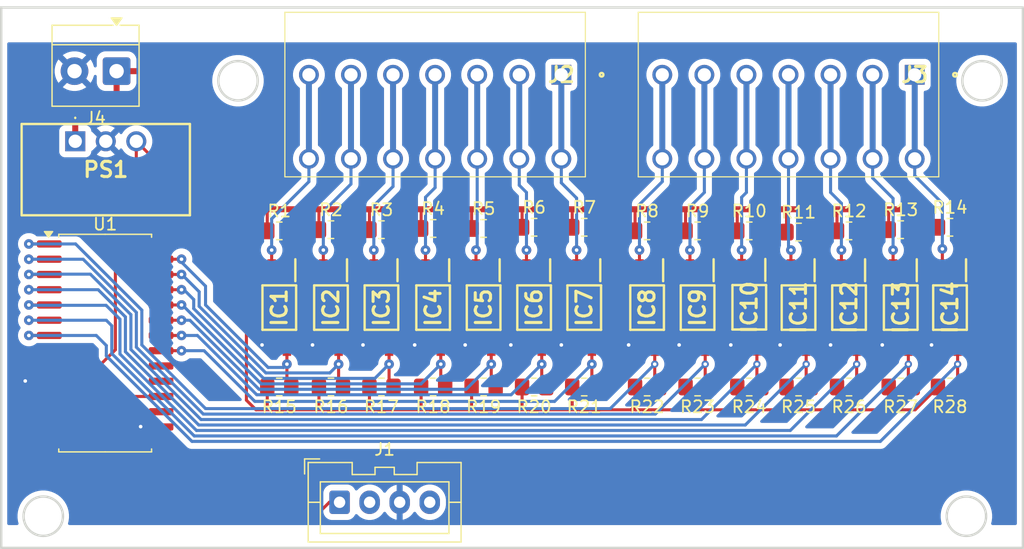
<source format=kicad_pcb>
(kicad_pcb (version 20241229) (generator "pcbnew") (generator_version "9.0")
  (layers (0 "F.Cu" signal) (2 "B.Cu" signal) (13 "F.Paste" user) (15 "B.Paste" user) (5 "F.SilkS" user "F.Silkscreen") (7 "B.SilkS" user "B.Silkscreen") (1 "F.Mask" user) (3 "B.Mask" user) (25 "Edge.Cuts" user))
  (net 0 "")
  (net 1 "GNDREF")
  (net 2 "Net-(IC1-A)")
  (net 3 "gpa0")
  (net 4 "gpa1")
  (net 5 "Net-(IC2-A)")
  (net 6 "Net-(IC3-A)")
  (net 7 "gpa2")
  (net 8 "Net-(IC4-A)")
  (net 9 "gpa3")
  (net 10 "Net-(IC5-A)")
  (net 11 "gpa4")
  (net 12 "Net-(IC6-A)")
  (net 13 "gpa5")
  (net 14 "gpa6")
  (net 15 "Net-(IC7-A)")
  (net 16 "Net-(IC8-A)")
  (net 17 "gpb0")
  (net 18 "gpb1")
  (net 19 "Net-(IC9-A)")
  (net 20 "Net-(IC10-A)")
  (net 21 "gpb2")
  (net 22 "Net-(IC11-A)")
  (net 23 "gpb3")
  (net 24 "gpb4")
  (net 25 "Net-(IC12-A)")
  (net 26 "gpb5")
  (net 27 "Net-(IC13-A)")
  (net 28 "Net-(IC14-A)")
  (net 29 "gpb6")
  (net 30 "SDA")
  (net 31 "SCL")
  (net 32 "3v3")
  (net 33 "12V")
  (net 34 "IN1")
  (net 35 "IN2")
  (net 36 "IN3")
  (net 37 "IN4")
  (net 38 "IN5")
  (net 39 "IN6")
  (net 40 "IN7")
  (net 41 "IN8")
  (net 42 "IN9")
  (net 43 "IN10")
  (net 44 "IN11")
  (net 45 "IN12")
  (net 46 "IN13")
  (net 47 "IN14")
  (footprint "Resistor_SMD:R_0805_2012Metric_Pad1.20x1.40mm_HandSolder" (layer "F.Cu") (at 155.735 83)
    (property "Reference" "R4")
    (property "Value" "R")
  )
  (footprint "Resistor_SMD:R_0805_2012Metric_Pad1.20x1.40mm_HandSolder" (layer "F.Cu") (at 198.735 82.9)
    (property "Reference" "R14")
    (property "Value" "R")
  )
  (footprint "Resistor_SMD:R_0805_2012Metric_Pad1.20x1.40mm_HandSolder" (layer "F.Cu") (at 173.535 96.2 180)
    (property "Reference" "R22")
    (property "Value" "R")
  )
  (footprint "Resistor_SMD:R_0805_2012Metric_Pad1.20x1.40mm_HandSolder" (layer "F.Cu") (at 186.135 96.2 180)
    (property "Reference" "R25")
    (property "Value" "R")
  )
  (footprint "Resistor_SMD:R_0805_2012Metric_Pad1.20x1.40mm_HandSolder" (layer "F.Cu") (at 194.635 83.1)
    (property "Reference" "R13")
    (property "Value" "R")
  )
  (footprint "Resistor_SMD:R_0805_2012Metric_Pad1.20x1.40mm_HandSolder" (layer "F.Cu") (at 159.935 83)
    (property "Reference" "R5")
    (property "Value" "R")
  )
  (footprint "Resistor_SMD:R_0805_2012Metric_Pad1.20x1.40mm_HandSolder" (layer "F.Cu") (at 159.935 96.2 180)
    (property "Reference" "R19")
    (property "Value" "R")
  )
  (footprint "ìoextender:opto_tcmt1100" (layer "F.Cu") (at 190.335 89.588 -90)
    (property "Reference" "IC12")
    (property "Value" "TCMT1100" (hide yes))
  )
  (footprint "ìoextender:opto_tcmt1100" (layer "F.Cu") (at 164.135 89.588 -90)
    (property "Reference" "IC6")
    (property "Value" "TCMT1100" (hide yes))
  )
  (footprint "Resistor_SMD:R_0805_2012Metric_Pad1.20x1.40mm_HandSolder" (layer "F.Cu") (at 151.435 96.2 180)
    (property "Reference" "R17")
    (property "Value" "R")
  )
  (footprint "Resistor_SMD:R_0805_2012Metric_Pad1.20x1.40mm_HandSolder" (layer "F.Cu") (at 168.305 82.9)
    (property "Reference" "R7")
    (property "Value" "R")
  )
  (footprint "ìoextender:opto_tcmt1100" (layer "F.Cu") (at 173.535 89.588 -90)
    (property "Reference" "IC8")
    (property "Value" "TCMT1100" (hide yes))
  )
  (footprint "Resistor_SMD:R_0805_2012Metric_Pad1.20x1.40mm_HandSolder" (layer "F.Cu") (at 147.235 96.2 180)
    (property "Reference" "R16")
    (property "Value" "R")
  )
  (footprint "ìoextender:opto_tcmt1100" (layer "F.Cu") (at 155.735 89.588 -90)
    (property "Reference" "IC4")
    (property "Value" "TCMT1100" (hide yes))
  )
  (footprint "ìoextender:opto_tcmt1100" (layer "F.Cu") (at 194.635 89.588 -90)
    (property "Reference" "IC13")
    (property "Value" "TCMT1100" (hide yes))
  )
  (footprint "Resistor_SMD:R_0805_2012Metric_Pad1.20x1.40mm_HandSolder" (layer "F.Cu") (at 168.305 96.2 180)
    (property "Reference" "R21")
    (property "Value" "R")
  )
  (footprint "Resistor_SMD:R_0805_2012Metric_Pad1.20x1.40mm_HandSolder" (layer "F.Cu") (at 194.635 96.2 180)
    (property "Reference" "R27")
    (property "Value" "R")
  )
  (footprint "ìoextender:opto_tcmt1100" (layer "F.Cu") (at 147.235 89.588 -90)
    (property "Reference" "IC2")
    (property "Value" "TCMT1100" (hide yes))
  )
  (footprint "Package_SO:SOIC-28W_7.5x17.9mm_P1.27mm" (layer "F.Cu") (at 128.45 92.545)
    (property "Reference" "U1")
    (property "Value" "MCP23017_SO")
  )
  (footprint "ìoextender:opto_tcmt1100" (layer "F.Cu") (at 159.935 89.588 -90)
    (property "Reference" "IC5")
    (property "Value" "TCMT1100" (hide yes))
  )
  (footprint "Resistor_SMD:R_0805_2012Metric_Pad1.20x1.40mm_HandSolder" (layer "F.Cu") (at 151.435 83.1)
    (property "Reference" "R3")
    (property "Value" "R")
  )
  (footprint "ìoextender:1823683" (layer "F.Cu") (at 195.8 70.2 180)
    (property "Reference" "J3")
    (property "Value" "1823683" (hide yes))
  )
  (footprint "Resistor_SMD:R_0805_2012Metric_Pad1.20x1.40mm_HandSolder" (layer "F.Cu") (at 177.735 83.2)
    (property "Reference" "R9")
    (property "Value" "R")
  )
  (footprint "Resistor_SMD:R_0805_2012Metric_Pad1.20x1.40mm_HandSolder" (layer "F.Cu") (at 182.035 96.2 180)
    (property "Reference" "R24")
    (property "Value" "R")
  )
  (footprint "Resistor_SMD:R_0805_2012Metric_Pad1.20x1.40mm_HandSolder" (layer "F.Cu") (at 164.135 82.9)
    (property "Reference" "R6")
    (property "Value" "R")
  )
  (footprint "ìoextender:TSR22450N" (layer "F.Cu") (at 125.96 75.74)
    (property "Reference" "PS1")
    (property "Value" "TSR_2-2450N" (hide yes))
  )
  (footprint "ìoextender:opto_tcmt1100" (layer "F.Cu") (at 182.035 89.564 -90)
    (property "Reference" "IC10")
    (property "Value" "TCMT1100" (hide yes))
  )
  (footprint "ìoextender:opto_tcmt1100" (layer "F.Cu") (at 198.735 89.588 -90)
    (property "Reference" "IC14")
    (property "Value" "TCMT1100" (hide yes))
  )
  (footprint "Resistor_SMD:R_0805_2012Metric_Pad1.20x1.40mm_HandSolder" (layer "F.Cu") (at 173.535 83.2)
    (property "Reference" "R8")
    (property "Value" "R")
  )
  (footprint "Resistor_SMD:R_0805_2012Metric_Pad1.20x1.40mm_HandSolder" (layer "F.Cu") (at 186.135 83.3)
    (property "Reference" "R11")
    (property "Value" "R")
  )
  (footprint "Connector_JST:JST_XA_B04B-XASK-1_1x04_P2.50mm_Vertical" (layer "F.Cu") (at 147.95 105.8)
    (property "Reference" "J1")
    (property "Value" "Conn_01x04" (hide yes))
  )
  (footprint "ìoextender:opto_tcmt1100" (layer "F.Cu") (at 177.735 89.588 -90)
    (property "Reference" "IC9")
    (property "Value" "TCMT1100" (hide yes))
  )
  (footprint "Resistor_SMD:R_0805_2012Metric_Pad1.20x1.40mm_HandSolder" (layer "F.Cu") (at 147.235 83.1)
    (property "Reference" "R2")
    (property "Value" "R")
  )
  (footprint "Resistor_SMD:R_0805_2012Metric_Pad1.20x1.40mm_HandSolder" (layer "F.Cu") (at 142.935 96.2 180)
    (property "Reference" "R15")
    (property "Value" "R")
  )
  (footprint "Resistor_SMD:R_0805_2012Metric_Pad1.20x1.40mm_HandSolder" (layer "F.Cu") (at 190.335 83.2)
    (property "Reference" "R12")
    (property "Value" "R")
  )
  (footprint "Resistor_SMD:R_0805_2012Metric_Pad1.20x1.40mm_HandSolder" (layer "F.Cu") (at 177.735 96.2 180)
    (property "Reference" "R23")
    (property "Value" "R")
  )
  (footprint "ìoextender:opto_tcmt1100" (layer "F.Cu") (at 168.305 89.588 -90)
    (property "Reference" "IC7")
    (property "Value" "TCMT1100" (hide yes))
  )
  (footprint "Resistor_SMD:R_0805_2012Metric_Pad1.20x1.40mm_HandSolder" (layer "F.Cu") (at 182.035 83.2)
    (property "Reference" "R10")
    (property "Value" "R")
  )
  (footprint "ìoextender:1823683" (layer "F.Cu") (at 166.4 70.2 180)
    (property "Reference" "J2")
    (property "Value" "1823683" (hide yes))
  )
  (footprint "Resistor_SMD:R_0805_2012Metric_Pad1.20x1.40mm_HandSolder" (layer "F.Cu") (at 155.735 96.2 180)
    (property "Reference" "R18")
    (property "Value" "R")
  )
  (footprint "ìoextender:opto_tcmt1100" (layer "F.Cu") (at 151.435 89.588 -90)
    (property "Reference" "IC3")
    (property "Value" "TCMT1100" (hide yes))
  )
  (footprint "Resistor_SMD:R_0805_2012Metric_Pad1.20x1.40mm_HandSolder" (layer "F.Cu") (at 164.135 96.2 180)
    (property "Reference" "R20")
    (property "Value" "R")
  )
  (footprint "Resistor_SMD:R_0805_2012Metric_Pad1.20x1.40mm_HandSolder" (layer "F.Cu") (at 190.335 96.2 180)
    (property "Reference" "R26")
    (property "Value" "R")
  )
  (footprint "Resistor_SMD:R_0805_2012Metric_Pad1.20x1.40mm_HandSolder" (layer "F.Cu") (at 142.935 83.2)
    (property "Reference" "R1")
    (property "Value" "R")
  )
  (footprint "Resistor_SMD:R_0805_2012Metric_Pad1.20x1.40mm_HandSolder" (layer "F.Cu") (at 198.735 96.2 180)
    (property "Reference" "R28")
    (property "Value" "R")
  )
  (footprint "ìoextender:opto_tcmt1100" (layer "F.Cu") (at 142.935 89.588 -90)
    (property "Reference" "IC1")
    (property "Value" "TCMT1100" (hide yes))
  )
  (footprint "ìoextender:opto_tcmt1100" (layer "F.Cu") (at 186.135 89.588 -90)
    (property "Reference" "IC11")
    (property "Value" "TCMT1100" (hide yes))
  )
  (footprint "TerminalBlock_MetzConnect:TerminalBlock_MetzConnect_Type059_RT06302HBWC_1x02_P3.50mm_Horizontal" (layer "F.Cu") (at 129.4 69.9 180)
    (property "Reference" "J4")
    (property "Value" "Screw_Terminal_01x02" (hide yes))
  )
  (gr_circle (center 200.1 106.959878) (end 201.1 105.659878) (stroke (width 0.2)) (fill no) (layer "Edge.Cuts"))
  (gr_circle (center 201.4 70.7) (end 202.7 71.7) (stroke (width 0.2)) (fill no) (layer "Edge.Cuts"))
  (gr_rect (start 119.8 64.6) (end 204.8 109.6) (stroke (width 0.2)) (fill no) (layer "Edge.Cuts"))
  (gr_circle (center 123.3 106.959878) (end 124.6 107.959878) (stroke (width 0.2)) (fill no) (layer "Edge.Cuts"))
  (gr_circle (center 139.5 70.7) (end 140.8 71.7) (stroke (width 0.2)) (fill no) (layer "Edge.Cuts"))
  (segment (start 180.5 92.7) (end 181.376 92.7) (width 0.254) (layer "F.Cu") (net 1))
  (segment (start 141.5 92.7) (end 142.3 92.7) (width 0.254) (layer "F.Cu") (net 1))
  (segment (start 132.64 98.26) (end 131.4 99.5) (width 0.254) (layer "F.Cu") (net 1))
  (segment (start 162.2 92.7) (end 163.5 92.7) (width 0.254) (layer "F.Cu") (net 1))
  (segment (start 132.7 100.8) (end 131.4 99.5) (width 0.254) (layer "F.Cu") (net 1))
  (segment (start 166.4 92.7) (end 167.67 92.7) (width 0.254) (layer "F.Cu") (net 1))
  (segment (start 133.1 99.53) (end 131.43 99.53) (width 0.254) (layer "F.Cu") (net 1))
  (segment (start 145.7 92.7) (end 146.6 92.7) (width 0.254) (layer "F.Cu") (net 1))
  (segment (start 181.376 92.7) (end 181.4 92.676) (width 0.254) (layer "F.Cu") (net 1))
  (segment (start 172 92.7) (end 172.9 92.7) (width 0.254) (layer "F.Cu") (net 1))
  (segment (start 123.8 95.72) (end 121.82 95.72) (width 0.254) (layer "F.Cu") (net 1))
  (segment (start 188.8 92.7) (end 189.7 92.7) (width 0.254) (layer "F.Cu") (net 1))
  (segment (start 149.9 92.7) (end 150.8 92.7) (width 0.254) (layer "F.Cu") (net 1))
  (segment (start 121.82 95.72) (end 121.8 95.7) (width 0.254) (layer "F.Cu") (net 1))
  (segment (start 193.1 92.7) (end 194 92.7) (width 0.254) (layer "F.Cu") (net 1))
  (segment (start 158.4 92.7) (end 159.3 92.7) (width 0.254) (layer "F.Cu") (net 1))
  (segment (start 154.2 92.7) (end 155.1 92.7) (width 0.254) (layer "F.Cu") (net 1))
  (segment (start 131.43 99.53) (end 131.4 99.5) (width 0.254) (layer "F.Cu") (net 1))
  (segment (start 184.6 92.7) (end 185.5 92.7) (width 0.254) (layer "F.Cu") (net 1))
  (segment (start 176.2 92.7) (end 177.1 92.7) (width 0.254) (layer "F.Cu") (net 1))
  (segment (start 133.1 100.8) (end 132.7 100.8) (width 0.254) (layer "F.Cu") (net 1))
  (segment (start 197.2 92.7) (end 198.1 92.7) (width 0.254) (layer "F.Cu") (net 1))
  (segment (start 133.1 98.26) (end 132.64 98.26) (width 0.254) (layer "F.Cu") (net 1))
  (via (at 162.2 92.7) (size 0.6) (drill 0.3) (layers "F.Cu" "B.Cu") (net 1))
  (via (at 145.7 92.7) (size 0.6) (drill 0.3) (layers "F.Cu" "B.Cu") (net 1))
  (via (at 193.1 92.7) (size 0.6) (drill 0.3) (layers "F.Cu" "B.Cu") (net 1))
  (via (at 172 92.7) (size 0.6) (drill 0.3) (layers "F.Cu" "B.Cu") (net 1))
  (via (at 149.9 92.7) (size 0.6) (drill 0.3) (layers "F.Cu" "B.Cu") (net 1))
  (via (at 180.5 92.7) (size 0.6) (drill 0.3) (layers "F.Cu" "B.Cu") (net 1))
  (via (at 154.2 92.7) (size 0.6) (drill 0.3) (layers "F.Cu" "B.Cu") (net 1))
  (via (at 176.2 92.7) (size 0.6) (drill 0.3) (layers "F.Cu" "B.Cu") (net 1))
  (via (at 121.8 95.7) (size 0.8) (drill 0.3) (layers "F.Cu" "B.Cu") (net 1))
  (via (at 188.8 92.7) (size 0.6) (drill 0.3) (layers "F.Cu" "B.Cu") (net 1))
  (via (at 197.2 92.7) (size 0.6) (drill 0.3) (layers "F.Cu" "B.Cu") (net 1))
  (via (at 184.6 92.7) (size 0.6) (drill 0.3) (layers "F.Cu" "B.Cu") (net 1))
  (via (at 141.5 92.7) (size 0.6) (drill 0.3) (layers "F.Cu" "B.Cu") (net 1))
  (via (at 131.4 99.5) (size 0.8) (drill 0.3) (layers "F.Cu" "B.Cu") (net 1))
  (via (at 158.4 92.7) (size 0.6) (drill 0.3) (layers "F.Cu" "B.Cu") (net 1))
  (via (at 166.4 92.7) (size 0.6) (drill 0.3) (layers "F.Cu" "B.Cu") (net 1))
  (segment (start 143.57 86.476) (end 143.57 83.565) (width 0.254) (layer "F.Cu") (net 2))
  (segment (start 143.57 83.565) (end 143.935 83.2) (width 0.254) (layer "F.Cu") (net 2))
  (segment (start 168.94 92.7) (end 168.94 95.835) (width 0.254) (layer "F.Cu") (net 3))
  (segment (start 168.94 95.835) (end 169.305 96.2) (width 0.254) (layer "F.Cu") (net 3))
  (segment (start 133.1 93.18) (end 134.8 93.18) (width 0.254) (layer "F.Cu") (net 3))
  (via (at 168.94 94.3) (size 0.8) (drill 0.3) (layers "F.Cu" "B.Cu") (net 3))
  (via (at 134.8 93.18) (size 0.8) (drill 0.3) (layers "F.Cu" "B.Cu") (net 3))
  (segment (start 136.68 93.18) (end 140.9 97.4) (width 0.254) (layer "B.Cu") (net 3))
  (segment (start 134.8 93.18) (end 136.68 93.18) (width 0.254) (layer "B.Cu") (net 3))
  (segment (start 140.9 97.4) (end 165.84 97.4) (width 0.254) (layer "B.Cu") (net 3))
  (segment (start 165.84 97.4) (end 168.94 94.3) (width 0.254) (layer "B.Cu") (net 3))
  (segment (start 164.77 95.835) (end 165.135 96.2) (width 0.254) (layer "F.Cu") (net 4))
  (segment (start 133.1 91.91) (end 134.8 91.91) (width 0.254) (layer "F.Cu") (net 4))
  (segment (start 164.77 92.7) (end 164.77 95.835) (width 0.254) (layer "F.Cu") (net 4))
  (via (at 134.8 91.91) (size 0.8) (drill 0.3) (layers "F.Cu" "B.Cu") (net 4))
  (via (at 164.77 94.3) (size 0.8) (drill 0.3) (layers "F.Cu" "B.Cu") (net 4))
  (segment (start 134.8 91.91) (end 136.123066 91.91) (width 0.254) (layer "B.Cu") (net 4))
  (segment (start 141.061066 96.848) (end 162.222 96.848) (width 0.254) (layer "B.Cu") (net 4))
  (segment (start 162.222 96.848) (end 164.77 94.3) (width 0.254) (layer "B.Cu") (net 4))
  (segment (start 136.123066 91.91) (end 141.061066 96.848) (width 0.254) (layer "B.Cu") (net 4))
  (segment (start 147.87 83.465) (end 148.235 83.1) (width 0.254) (layer "F.Cu") (net 5))
  (segment (start 147.87 86.476) (end 147.87 83.465) (width 0.254) (layer "F.Cu") (net 5))
  (segment (start 152.07 83.465) (end 152.435 83.1) (width 0.254) (layer "F.Cu") (net 6))
  (segment (start 152.07 86.476) (end 152.07 83.465) (width 0.254) (layer "F.Cu") (net 6))
  (segment (start 160.57 92.7) (end 160.57 95.835) (width 0.254) (layer "F.Cu") (net 7))
  (segment (start 133.1 90.64) (end 134.8 90.64) (width 0.254) (layer "F.Cu") (net 7))
  (segment (start 160.57 95.835) (end 160.935 96.2) (width 0.254) (layer "F.Cu") (net 7))
  (via (at 160.57 94.3) (size 0.8) (drill 0.3) (layers "F.Cu" "B.Cu") (net 7))
  (via (at 134.8 90.64) (size 0.8) (drill 0.3) (layers "F.Cu" "B.Cu") (net 7))
  (segment (start 135.496533 90.64) (end 141.249533 96.393) (width 0.254) (layer "B.Cu") (net 7))
  (segment (start 158.477 96.393) (end 160.57 94.3) (width 0.254) (layer "B.Cu") (net 7))
  (segment (start 134.8 90.64) (end 135.496533 90.64) (width 0.254) (layer "B.Cu") (net 7))
  (segment (start 141.249533 96.393) (end 158.477 96.393) (width 0.254) (layer "B.Cu") (net 7))
  (segment (start 156.37 83.365) (end 156.735 83) (width 0.254) (layer "F.Cu") (net 8))
  (segment (start 156.37 86.476) (end 156.37 83.365) (width 0.254) (layer "F.Cu") (net 8))
  (segment (start 156.37 92.7) (end 156.37 95.835) (width 0.254) (layer "F.Cu") (net 9))
  (segment (start 133.1 89.37) (end 134.8 89.37) (width 0.254) (layer "F.Cu") (net 9))
  (segment (start 156.37 95.835) (end 156.735 96.2) (width 0.254) (layer "F.Cu") (net 9))
  (via (at 156.37 94.3) (size 0.8) (drill 0.3) (layers "F.Cu" "B.Cu") (net 9))
  (via (at 134.8 89.37) (size 0.8) (drill 0.3) (layers "F.Cu" "B.Cu") (net 9))
  (segment (start 141.438 95.938) (end 154.732 95.938) (width 0.254) (layer "B.Cu") (net 9))
  (segment (start 134.8 89.37) (end 134.87 89.37) (width 0.254) (layer "B.Cu") (net 9))
  (segment (start 134.87 89.37) (end 141.438 95.938) (width 0.254) (layer "B.Cu") (net 9))
  (segment (start 154.732 95.938) (end 156.37 94.3) (width 0.254) (layer "B.Cu") (net 9))
  (segment (start 160.57 83.365) (end 160.935 83) (width 0.254) (layer "F.Cu") (net 10))
  (segment (start 160.57 86.476) (end 160.57 83.365) (width 0.254) (layer "F.Cu") (net 10))
  (segment (start 133.1 88.1) (end 134.8 88.1) (width 0.254) (layer "F.Cu") (net 11))
  (segment (start 152.07 92.7) (end 152.07 95.835) (width 0.254) (layer "F.Cu") (net 11))
  (segment (start 152.07 95.835) (end 152.435 96.2) (width 0.254) (layer "F.Cu") (net 11))
  (via (at 152.07 94.3) (size 0.8) (drill 0.3) (layers "F.Cu" "B.Cu") (net 11))
  (via (at 134.8 88.1) (size 0.8) (drill 0.3) (layers "F.Cu" "B.Cu") (net 11))
  (segment (start 150.887 95.483) (end 152.07 94.3) (width 0.254) (layer "B.Cu") (net 11))
  (segment (start 141.626468 95.483) (end 150.887 95.483) (width 0.254) (layer "B.Cu") (net 11))
  (segment (start 135 88.1) (end 135.815 88.915) (width 0.254) (layer "B.Cu") (net 11))
  (segment (start 135.815 88.915) (end 135.815 89.671532) (width 0.254) (layer "B.Cu") (net 11))
  (segment (start 134.8 88.1) (end 135 88.1) (width 0.254) (layer "B.Cu") (net 11))
  (segment (start 135.815 89.671532) (end 141.626468 95.483) (width 0.254) (layer "B.Cu") (net 11))
  (segment (start 164.77 86.476) (end 164.77 83.265) (width 0.254) (layer "F.Cu") (net 12))
  (segment (start 164.77 83.265) (end 165.135 82.9) (width 0.254) (layer "F.Cu") (net 12))
  (segment (start 133.1 86.83) (end 134.8 86.83) (width 0.254) (layer "F.Cu") (net 13))
  (segment (start 147.87 92.7) (end 147.87 95.835) (width 0.254) (layer "F.Cu") (net 13))
  (segment (start 147.87 95.835) (end 148.235 96.2) (width 0.254) (layer "F.Cu") (net 13))
  (via (at 134.8 86.83) (size 0.8) (drill 0.3) (layers "F.Cu" "B.Cu") (net 13))
  (via (at 147.87 94.3) (size 0.8) (drill 0.3) (layers "F.Cu" "B.Cu") (net 13))
  (segment (start 136.27 88.27) (end 136.27 89.483064) (width 0.254) (layer "B.Cu") (net 13))
  (segment (start 147.142 95.028) (end 147.87 94.3) (width 0.254) (layer "B.Cu") (net 13))
  (segment (start 141.814936 95.028) (end 147.142 95.028) (width 0.254) (layer "B.Cu") (net 13))
  (segment (start 134.8 86.83) (end 134.83 86.83) (width 0.254) (layer "B.Cu") (net 13))
  (segment (start 136.27 89.483064) (end 141.814936 95.028) (width 0.254) (layer "B.Cu") (net 13))
  (segment (start 134.83 86.83) (end 136.27 88.27) (width 0.254) (layer "B.Cu") (net 13))
  (segment (start 143.57 92.7) (end 143.57 95.835) (width 0.254) (layer "F.Cu") (net 14))
  (segment (start 133.1 85.56) (end 134.8 85.56) (width 0.254) (layer "F.Cu") (net 14))
  (segment (start 143.57 95.835) (end 143.935 96.2) (width 0.254) (layer "F.Cu") (net 14))
  (via (at 143.57 94.3) (size 0.8) (drill 0.3) (layers "F.Cu" "B.Cu") (net 14))
  (via (at 134.8 85.56) (size 0.8) (drill 0.3) (layers "F.Cu" "B.Cu") (net 14))
  (segment (start 134.8 85.8) (end 136.8 87.8) (width 0.254) (layer "B.Cu") (net 14))
  (segment (start 136.8 87.8) (end 136.8 89.369596) (width 0.254) (layer "B.Cu") (net 14))
  (segment (start 136.8 89.369596) (end 142.003404 94.573) (width 0.254) (layer "B.Cu") (net 14))
  (segment (start 142.003404 94.573) (end 143.297 94.573) (width 0.254) (layer "B.Cu") (net 14))
  (segment (start 143.297 94.573) (end 143.57 94.3) (width 0.254) (layer "B.Cu") (net 14))
  (segment (start 134.8 85.56) (end 134.8 85.8) (width 0.254) (layer "B.Cu") (net 14))
  (segment (start 168.94 83.265) (end 169.305 82.9) (width 0.254) (layer "F.Cu") (net 15))
  (segment (start 168.94 86.476) (end 168.94 83.265) (width 0.254) (layer "F.Cu") (net 15))
  (segment (start 174.17 83.565) (end 174.535 83.2) (width 0.254) (layer "F.Cu") (net 16))
  (segment (start 174.17 86.476) (end 174.17 83.565) (width 0.254) (layer "F.Cu") (net 16))
  (segment (start 174.17 95.835) (end 174.535 96.2) (width 0.254) (layer "F.Cu") (net 17))
  (segment (start 174.17 92.7) (end 174.17 95.835) (width 0.254) (layer "F.Cu") (net 17))
  (segment (start 123.8 84.29) (end 122.1 84.29) (width 0.254) (layer "F.Cu") (net 17))
  (via (at 174.17 94.3) (size 0.6) (drill 0.3) (layers "F.Cu" "B.Cu") (net 17))
  (via (at 122.1 84.29) (size 0.8) (drill 0.3) (layers "F.Cu" "B.Cu") (net 17))
  (segment (start 170.47 98) (end 174.17 94.3) (width 0.254) (layer "B.Cu") (net 17))
  (segment (start 131.5 89.8) (end 131.5 92.7) (width 0.254) (layer "B.Cu") (net 17))
  (segment (start 136.8 98) (end 170.47 98) (width 0.254) (layer "B.Cu") (net 17))
  (segment (start 131.5 92.7) (end 136.8 98) (width 0.254) (layer "B.Cu") (net 17))
  (segment (start 125.99 84.29) (end 131.5 89.8) (width 0.254) (layer "B.Cu") (net 17))
  (segment (start 122.1 84.29) (end 125.99 84.29) (width 0.254) (layer "B.Cu") (net 17))
  (segment (start 123.8 85.56) (end 122.1 85.56) (width 0.254) (layer "F.Cu") (net 18))
  (segment (start 178.37 95.835) (end 178.735 96.2) (width 0.254) (layer "F.Cu") (net 18))
  (segment (start 178.37 92.7) (end 178.37 95.835) (width 0.254) (layer "F.Cu") (net 18))
  (via (at 122.1 85.56) (size 0.8) (drill 0.3) (layers "F.Cu" "B.Cu") (net 18))
  (via (at 178.37 94.3) (size 0.6) (drill 0.3) (layers "F.Cu" "B.Cu") (net 18))
  (segment (start 126.616532 85.56) (end 131.045 89.988468) (width 0.254) (layer "B.Cu") (net 18))
  (segment (start 136.611533 98.455) (end 174.215 98.455) (width 0.254) (layer "B.Cu") (net 18))
  (segment (start 174.215 98.455) (end 178.37 94.3) (width 0.254) (layer "B.Cu") (net 18))
  (segment (start 131.045 92.888467) (end 136.611533 98.455) (width 0.254) (layer "B.Cu") (net 18))
  (segment (start 122.1 85.56) (end 126.616532 85.56) (width 0.254) (layer "B.Cu") (net 18))
  (segment (start 131.045 89.988468) (end 131.045 92.888467) (width 0.254) (layer "B.Cu") (net 18))
  (segment (start 178.37 83.565) (end 178.735 83.2) (width 0.254) (layer "F.Cu") (net 19))
  (segment (start 178.37 86.476) (end 178.37 83.565) (width 0.254) (layer "F.Cu") (net 19))
  (segment (start 182.67 83.565) (end 183.035 83.2) (width 0.254) (layer "F.Cu") (net 20))
  (segment (start 182.67 86.452) (end 182.67 83.565) (width 0.254) (layer "F.Cu") (net 20))
  (segment (start 182.67 95.835) (end 183.035 96.2) (width 0.254) (layer "F.Cu") (net 21))
  (segment (start 123.8 86.83) (end 122.1 86.83) (width 0.254) (layer "F.Cu") (net 21))
  (segment (start 182.67 92.676) (end 182.67 95.835) (width 0.254) (layer "F.Cu") (net 21))
  (via (at 182.67 94.3) (size 0.6) (drill 0.3) (layers "F.Cu" "B.Cu") (net 21))
  (via (at 122.1 86.83) (size 0.8) (drill 0.3) (layers "F.Cu" "B.Cu") (net 21))
  (segment (start 178.06 98.91) (end 182.67 94.3) (width 0.254) (layer "B.Cu") (net 21))
  (segment (start 130.59 90.176936) (end 130.59 93.076935) (width 0.254) (layer "B.Cu") (net 21))
  (segment (start 130.59 93.076935) (end 136.423066 98.91) (width 0.254) (layer "B.Cu") (net 21))
  (segment (start 122.128 86.802) (end 127.215064 86.802) (width 0.254) (layer "B.Cu") (net 21))
  (segment (start 136.423066 98.91) (end 178.06 98.91) (width 0.254) (layer "B.Cu") (net 21))
  (segment (start 127.215064 86.802) (end 130.59 90.176936) (width 0.254) (layer "B.Cu") (net 21))
  (segment (start 122.1 86.83) (end 122.128 86.802) (width 0.254) (layer "B.Cu") (net 21))
  (segment (start 186.77 83.665) (end 187.135 83.3) (width 0.254) (layer "F.Cu") (net 22))
  (segment (start 186.77 86.476) (end 186.77 83.665) (width 0.254) (layer "F.Cu") (net 22))
  (segment (start 123.8 88.1) (end 122.1 88.1) (width 0.254) (layer "F.Cu") (net 23))
  (segment (start 186.77 95.835) (end 187.135 96.2) (width 0.254) (layer "F.Cu") (net 23))
  (segment (start 186.77 92.7) (end 186.77 95.835) (width 0.254) (layer "F.Cu") (net 23))
  (via (at 122.1 88.1) (size 0.8) (drill 0.3) (layers "F.Cu" "B.Cu") (net 23))
  (via (at 186.77 94.3) (size 0.6) (drill 0.3) (layers "F.Cu" "B.Cu") (net 23))
  (segment (start 136.234599 99.365) (end 181.705 99.365) (width 0.254) (layer "B.Cu") (net 23))
  (segment (start 130.135 90.365404) (end 130.135 93.265401) (width 0.254) (layer "B.Cu") (net 23))
  (segment (start 181.705 99.365) (end 186.77 94.3) (width 0.254) (layer "B.Cu") (net 23))
  (segment (start 130.135 93.265401) (end 136.234599 99.365) (width 0.254) (layer "B.Cu") (net 23))
  (segment (start 122.1 88.1) (end 127.869596 88.1) (width 0.254) (layer "B.Cu") (net 23))
  (segment (start 127.869596 88.1) (end 130.135 90.365404) (width 0.254) (layer "B.Cu") (net 23))
  (segment (start 123.8 89.37) (end 122.1 89.37) (width 0.254) (layer "F.Cu") (net 24))
  (segment (start 190.97 95.835) (end 191.335 96.2) (width 0.254) (layer "F.Cu") (net 24))
  (segment (start 190.97 92.7) (end 190.97 95.835) (width 0.254) (layer "F.Cu") (net 24))
  (via (at 190.97 94.3) (size 0.6) (drill 0.3) (layers "F.Cu" "B.Cu") (net 24))
  (via (at 122.1 89.37) (size 0.8) (drill 0.3) (layers "F.Cu" "B.Cu") (net 24))
  (segment (start 129.68 93.453869) (end 136.046132 99.82) (width 0.254) (layer "B.Cu") (net 24))
  (segment (start 136.046132 99.82) (end 185.45 99.82) (width 0.254) (layer "B.Cu") (net 24))
  (segment (start 128.526128 89.4) (end 129.68 90.553872) (width 0.254) (layer "B.Cu") (net 24))
  (segment (start 122.13 89.4) (end 128.526128 89.4) (width 0.254) (layer "B.Cu") (net 24))
  (segment (start 129.68 90.553872) (end 129.68 93.453869) (width 0.254) (layer "B.Cu") (net 24))
  (segment (start 122.1 89.37) (end 122.13 89.4) (width 0.254) (layer "B.Cu") (net 24))
  (segment (start 185.45 99.82) (end 190.97 94.3) (width 0.254) (layer "B.Cu") (net 24))
  (segment (start 190.97 86.476) (end 190.97 83.565) (width 0.254) (layer "F.Cu") (net 25))
  (segment (start 190.97 83.565) (end 191.335 83.2) (width 0.254) (layer "F.Cu") (net 25))
  (segment (start 195.27 95.835) (end 195.635 96.2) (width 0.254) (layer "F.Cu") (net 26))
  (segment (start 123.8 90.64) (end 122.1 90.64) (width 0.254) (layer "F.Cu") (net 26))
  (segment (start 195.27 92.7) (end 195.27 95.835) (width 0.254) (layer "F.Cu") (net 26))
  (via (at 122.1 90.64) (size 0.8) (drill 0.3) (layers "F.Cu" "B.Cu") (net 26))
  (via (at 195.27 94.3) (size 0.6) (drill 0.3) (layers "F.Cu" "B.Cu") (net 26))
  (segment (start 129 93.417337) (end 135.857665 100.275) (width 0.254) (layer "B.Cu") (net 26))
  (segment (start 135.857665 100.275) (end 189.295 100.275) (width 0.254) (layer "B.Cu") (net 26))
  (segment (start 189.295 100.275) (end 195.27 94.3) (width 0.254) (layer "B.Cu") (net 26))
  (segment (start 122.1 90.64) (end 128.54 90.64) (width 0.254) (layer "B.Cu") (net 26))
  (segment (start 129 91.1) (end 129 93.417337) (width 0.254) (layer "B.Cu") (net 26))
  (segment (start 128.54 90.64) (end 129 91.1) (width 0.254) (layer "B.Cu") (net 26))
  (segment (start 195.27 83.465) (end 195.635 83.1) (width 0.254) (layer "F.Cu") (net 27))
  (segment (start 195.27 86.476) (end 195.27 83.465) (width 0.254) (layer "F.Cu") (net 27))
  (segment (start 199.37 86.476) (end 199.37 83.265) (width 0.254) (layer "F.Cu") (net 28))
  (segment (start 199.37 83.265) (end 199.735 82.9) (width 0.254) (layer "F.Cu") (net 28))
  (segment (start 123.8 91.91) (end 122.1 91.91) (width 0.254) (layer "F.Cu") (net 29))
  (segment (start 199.37 92.7) (end 199.37 95.835) (width 0.254) (layer "F.Cu") (net 29))
  (segment (start 199.37 95.835) (end 199.735 96.2) (width 0.254) (layer "F.Cu") (net 29))
  (via (at 199.37 94.3) (size 0.6) (drill 0.3) (layers "F.Cu" "B.Cu") (net 29))
  (via (at 122.1 91.91) (size 0.8) (drill 0.3) (layers "F.Cu" "B.Cu") (net 29))
  (segment (start 122.1 91.91) (end 127.71 91.91) (width 0.254) (layer "B.Cu") (net 29))
  (segment (start 128.545 93.605805) (end 135.669198 100.73) (width 0.254) (layer "B.Cu") (net 29))
  (segment (start 127.71 91.91) (end 128.545 92.745) (width 0.254) (layer "B.Cu") (net 29))
  (segment (start 192.94 100.73) (end 199.37 94.3) (width 0.254) (layer "B.Cu") (net 29))
  (segment (start 128.545 92.745) (end 128.545 93.605805) (width 0.254) (layer "B.Cu") (net 29))
  (segment (start 135.669198 100.73) (end 192.94 100.73) (width 0.254) (layer "B.Cu") (net 29))
  (segment (start 147.1 105.8) (end 147.95 105.8) (width 0.254) (layer "F.Cu") (net 30))
  (segment (start 145.7 107.2) (end 147.1 105.8) (width 0.254) (layer "F.Cu") (net 30))
  (segment (start 185.2 98.1) (end 189 98.1) (width 0.254) (layer "F.Cu") (net 32))
  (segment (start 158.935 97.865) (end 158.7 98.1) (width 0.254) (layer "F.Cu") (net 32))
  (segment (start 176.5 98.1) (end 180.7 98.1) (width 0.254) (layer "F.Cu") (net 32))
  (segment (start 150.3 98.1) (end 154.5 98.1) (width 0.254) (layer "F.Cu") (net 32))
  (segment (start 154.735 96.2) (end 154.735 97.865) (width 0.254) (layer "F.Cu") (net 32))
  (segment (start 140.2 84.9) (end 140.2 97.3) (width 0.254) (layer "F.Cu") (net 32))
  (segment (start 176.735 97.865) (end 176.5 98.1) (width 0.254) (layer "F.Cu") (net 32))
  (segment (start 123.8 94.45) (end 127.95 94.45) (width 0.254) (layer "F.Cu") (net 32))
  (segment (start 189.3 98.1) (end 193.3 98.1) (width 0.254) (layer "F.Cu") (net 32))
  (segment (start 140.2 97.3) (end 141 98.1) (width 0.254) (layer "F.Cu") (net 32))
  (segment (start 158.935 96.2) (end 158.935 97.865) (width 0.254) (layer "F.Cu") (net 32))
  (segment (start 141.935 97.865) (end 141.7 98.1) (width 0.254) (layer "F.Cu") (net 32))
  (segment (start 158.7 98.1) (end 162.9 98.1) (width 0.254) (layer "F.Cu") (net 32))
  (segment (start 185.135 98.035) (end 185.2 98.1) (width 0.254) (layer "F.Cu") (net 32))
  (segment (start 193.3 98.1) (end 193.6 98.1) (width 0.254) (layer "F.Cu") (net 32))
  (segment (start 131.04 75.74) (end 140.2 84.9) (width 0.254) (layer "F.Cu") (net 32))
  (segment (start 154.5 98.1) (end 158.7 98.1) (width 0.254) (layer "F.Cu") (net 32))
  (segment (start 146 98.1) (end 150.3 98.1) (width 0.254) (layer "F.Cu") (net 32))
  (segment (start 127.95 94.45) (end 129.3 93.1) (width 0.254) (layer "F.Cu") (net 32))
  (segment (start 184.8 98.1) (end 185.2 98.1) (width 0.254) (layer "F.Cu") (net 32))
  (segment (start 129.3 93.1) (end 129.3 81.1) (width 0.254) (layer "F.Cu") (net 32))
  (segment (start 172.535 96.2) (end 172.535 97.765) (width 0.254) (layer "F.Cu") (net 32))
  (segment (start 150.435 97.965) (end 150.3 98.1) (width 0.254) (layer "F.Cu") (net 32))
  (segment (start 167.1 98.1) (end 172.2 98.1) (width 0.254) (layer "F.Cu") (net 32))
  (segment (start 146.235 97.865) (end 146 98.1) (width 0.254) (layer "F.Cu") (net 32))
  (segment (start 172.535 97.765) (end 172.2 98.1) (width 0.254) (layer "F.Cu") (net 32))
  (segment (start 189.335 97.765) (end 189 98.1) (width 0.254) (layer "F.Cu") (net 32))
  (segment (start 185.135 97.765) (end 184.8 98.1) (width 0.254) (layer "F.Cu") (net 32))
  (segment (start 163.135 97.865) (end 162.9 98.1) (width 0.254) (layer "F.Cu") (net 32))
  (segment (start 163.135 96.2) (end 163.135 97.865) (width 0.254) (layer "F.Cu") (net 32))
  (segment (start 172.2 98.1) (end 172.6 98.1) (width 0.254) (layer "F.Cu") (net 32))
  (segment (start 167.305 96.2) (end 167.305 97.895) (width 0.254) (layer "F.Cu") (net 32))
  (segment (start 176.735 96.2) (end 176.735 97.865) (width 0.254) (layer "F.Cu") (net 32))
  (segment (start 129.3 81.1) (end 131.04 79.36) (width 0.254) (layer "F.Cu") (net 32))
  (segment (start 181.035 97.765) (end 180.7 98.1) (width 0.254) (layer "F.Cu") (net 32))
  (segment (start 189.335 96.2) (end 189.335 97.765) (width 0.254) (layer "F.Cu") (net 32))
  (segment (start 193.6 98.1) (end 195.835 98.1) (width 0.254) (layer "F.Cu") (net 32))
  (segment (start 185.135 96.2) (end 185.135 97.765) (width 0.254) (layer "F.Cu") (net 32))
  (segment (start 127.95 94.45) (end 130.49 96.99) (width 0.254) (layer "F.Cu") (net 32))
  (segment (start 172.535 98.035) (end 172.6 98.1) (width 0.254) (layer "F.Cu") (net 32))
  (segment (start 150.435 96.2) (end 150.435 97.965) (width 0.254) (layer "F.Cu") (net 32))
  (segment (start 172.6 98.1) (end 176.5 98.1) (width 0.254) (layer "F.Cu") (net 32))
  (segment (start 131.04 75.74) (end 131.04 79.36) (width 0.254) (layer "F.Cu") (net 32))
  (segment (start 167.305 97.895) (end 167.1 98.1) (width 0.254) (layer "F.Cu") (net 32))
  (segment (start 195.835 98.1) (end 197.735 96.2) (width 0.254) (layer "F.Cu") (net 32))
  (segment (start 141 98.1) (end 141.7 98.1) (width 0.254) (layer "F.Cu") (net 32))
  (segment (start 162.9 98.1) (end 167.1 98.1) (width 0.254) (layer "F.Cu") (net 32))
  (segment (start 141.7 98.1) (end 146 98.1) (width 0.254) (layer "F.Cu") (net 32))
  (segment (start 154.735 97.865) (end 154.5 98.1) (width 0.254) (layer "F.Cu") (net 32))
  (segment (start 181.035 96.2) (end 181.035 97.765) (width 0.254) (layer "F.Cu") (net 32))
  (segment (start 180.7 98.1) (end 184.8 98.1) (width 0.254) (layer "F.Cu") (net 32))
  (segment (start 146.235 96.2) (end 146.235 97.865) (width 0.254) (layer "F.Cu") (net 32))
  (segment (start 193.635 97.765) (end 193.3 98.1) (width 0.254) (layer "F.Cu") (net 32))
  (segment (start 130.49 96.99) (end 133.1 96.99) (width 0.254) (layer "F.Cu") (net 32))
  (segment (start 141.935 96.2) (end 141.935 97.865) (width 0.254) (layer "F.Cu") (net 32))
  (segment (start 189 98.1) (end 189.3 98.1) (width 0.254) (layer "F.Cu") (net 32))
  (segment (start 193.635 96.2) (end 193.635 97.765) (width 0.254) (layer "F.Cu") (net 32))
  (segment (start 163.1 81.4) (end 167.3 81.4) (width 0.5) (layer "F.Cu") (net 33))
  (segment (start 176.735 81.435) (end 176.7 81.4) (width 0.254) (layer "F.Cu") (net 33))
  (segment (start 181 81.4) (end 185.1 81.4) (width 0.5) (layer "F.Cu") (net 33))
  (segment (start 140.4 81.4) (end 141.9 81.4) (width 0.5) (layer "F.Cu") (net 33))
  (segment (start 172.535 81.435) (end 172.5 81.4) (width 0.254) (layer "F.Cu") (net 33))
  (segment (start 163.135 82.9) (end 163.135 81.435) (width 0.254) (layer "F.Cu") (net 33))
  (segment (start 141.935 81.435) (end 141.9 81.4) (width 0.254) (layer "F.Cu") (net 33))
  (segment (start 129.4 69.9) (end 131.7 69.9) (width 0.5) (layer "F.Cu") (net 33))
  (segment (start 150.435 83.1) (end 150.435 81.535) (width 0.254) (layer "F.Cu") (net 33))
  (segment (start 158.9 81.4) (end 163.1 81.4) (width 0.5) (layer "F.Cu") (net 33))
  (segment (start 154.735 81.465) (end 154.8 81.4) (width 0.254) (layer "F.Cu") (net 33))
  (segment (start 158.935 81.435) (end 158.9 81.4) (width 0.254) (layer "F.Cu") (net 33))
  (segment (start 185.135 81.435) (end 185.1 81.4) (width 0.254) (layer "F.Cu") (net 33))
  (segment (start 193.635 81.435) (end 193.6 81.4) (width 0.254) (layer "F.Cu") (net 33))
  (segment (start 176.735 83.2) (end 176.735 81.435) (width 0.254) (layer "F.Cu") (net 33))
  (segment (start 185.1 81.4) (end 189.4 81.4) (width 0.5) (layer "F.Cu") (net 33))
  (segment (start 167.305 82.9) (end 167.305 81.405) (width 0.254) (layer "F.Cu") (net 33))
  (segment (start 150.3 81.4) (end 154.8 81.4) (width 0.5) (layer "F.Cu") (net 33))
  (segment (start 154.8 81.4) (end 158.9 81.4) (width 0.5) (layer "F.Cu") (net 33))
  (segment (start 158.935 83) (end 158.935 81.435) (width 0.254) (layer "F.Cu") (net 33))
  (segment (start 125.96 75.74) (end 125.96 74.14) (width 0.5) (layer "F.Cu") (net 33))
  (segment (start 129.4 71.8) (end 129.4 69.9) (width 0.5) (layer "F.Cu") (net 33))
  (segment (start 196.235 81.4) (end 197.735 82.9) (width 0.5) (layer "F.Cu") (net 33))
  (segment (start 193.6 81.4) (end 196.235 81.4) (width 0.5) (layer "F.Cu") (net 33))
  (segment (start 181.035 83.2) (end 181.035 81.435) (width 0.254) (layer "F.Cu") (net 33))
  (segment (start 189.335 81.465) (end 189.4 81.4) (width 0.254) (layer "F.Cu") (net 33))
  (segment (start 138.7 76.9) (end 138.7 79.7) (width 0.5) (layer "F.Cu") (net 33))
  (segment (start 189.335 83.2) (end 189.335 81.465) (width 0.254) (layer "F.Cu") (net 33))
  (segment (start 167.305 81.405) (end 167.3 81.4) (width 0.254) (layer "F.Cu") (net 33))
  (segment (start 127.2 72.9) (end 128.3 72.9) (width 0.5) (layer "F.Cu") (net 33))
  (segment (start 141.9 81.4) (end 146.2 81.4) (width 0.5) (layer "F.Cu") (net 33))
  (segment (start 172.5 81.4) (end 176.7 81.4) (width 0.5) (layer "F.Cu") (net 33))
  (segment (start 154.735 83) (end 154.735 81.465) (width 0.254) (layer "F.Cu") (net 33))
  (segment (start 128.3 72.9) (end 129.4 71.8) (width 0.5) (layer "F.Cu") (net 33))
  (segment (start 185.135 83.3) (end 185.135 81.435) (width 0.254) (layer "F.Cu") (net 33))
  (segment (start 176.7 81.4) (end 181 81.4) (width 0.5) (layer "F.Cu") (net 33))
  (segment (start 167.3 81.4) (end 172.5 81.4) (width 0.5) (layer "F.Cu") (net 33))
  (segment (start 141.935 83.2) (end 141.935 81.435) (width 0.254) (layer "F.Cu") (net 33))
  (segment (start 163.135 81.435) (end 163.1 81.4) (width 0.254) (layer "F.Cu") (net 33))
  (segment (start 131.7 69.9) (end 138.7 76.9) (width 0.5) (layer "F.Cu") (net 33))
  (segment (start 146.235 83.1) (end 146.235 81.435) (width 0.254) (layer "F.Cu") (net 33))
  (segment (start 146.2 81.4) (end 150.3 81.4) (width 0.5) (layer "F.Cu") (net 33))
  (segment (start 193.635 83.1) (end 193.635 81.435) (width 0.254) (layer "F.Cu") (net 33))
  (segment (start 150.435 81.535) (end 150.3 81.4) (width 0.254) (layer "F.Cu") (net 33))
  (segment (start 172.535 83.2) (end 172.535 81.435) (width 0.254) (layer "F.Cu") (net 33))
  (segment (start 181.035 81.435) (end 181 81.4) (width 0.254) (layer "F.Cu") (net 33))
  (segment (start 189.4 81.4) (end 193.6 81.4) (width 0.5) (layer "F.Cu") (net 33))
  (segment (start 125.96 74.14) (end 127.2 72.9) (width 0.5) (layer "F.Cu") (net 33))
  (segment (start 146.235 81.435) (end 146.2 81.4) (width 0.254) (layer "F.Cu") (net 33))
  (segment (start 138.7 79.7) (end 140.4 81.4) (width 0.5) (layer "F.Cu") (net 33))
  (segment (start 142.3 84.8) (end 142.3 86.476) (width 0.254) (layer "F.Cu") (net 34))
  (via (at 142.3 84.8) (size 0.8) (drill 0.3) (layers "F.Cu" "B.Cu") (net 34))
  (segment (start 142.3 84.8) (end 142.3 82.2) (width 0.254) (layer "B.Cu") (net 34))
  (segment (start 145.4 79.1) (end 145.4 77.2) (width 0.254) (layer "B.Cu") (net 34))
  (segment (start 142.3 82.2) (end 145.4 79.1) (width 0.254) (layer "B.Cu") (net 34))
  (segment (start 145.4 70.2) (end 145.4 77.2) (width 0.5) (layer "B.Cu") (net 34))
  (segment (start 146.6 84.8) (end 146.6 86.476) (width 0.254) (layer "F.Cu") (net 35))
  (via (at 146.6 84.8) (size 0.8) (drill 0.3) (layers "F.Cu" "B.Cu") (net 35))
  (segment (start 148.9 70.2) (end 148.9 77.2) (width 0.5) (layer "B.Cu") (net 35))
  (segment (start 146.6 81.6) (end 148.9 79.3) (width 0.254) (layer "B.Cu") (net 35))
  (segment (start 146.6 84.8) (end 146.6 81.6) (width 0.254) (layer "B.Cu") (net 35))
  (segment (start 148.9 79.3) (end 148.9 77.2) (width 0.254) (layer "B.Cu") (net 35))
  (segment (start 150.8 84.8) (end 150.8 86.476) (width 0.254) (layer "F.Cu") (net 36))
  (via (at 150.8 84.8) (size 0.8) (drill 0.3) (layers "F.Cu" "B.Cu") (net 36))
  (segment (start 152.4 70.2) (end 152.4 77.2) (width 0.5) (layer "B.Cu") (net 36))
  (segment (start 150.8 81.1) (end 152.4 79.5) (width 0.254) (layer "B.Cu") (net 36))
  (segment (start 150.8 84.8) (end 150.8 81.1) (width 0.254) (layer "B.Cu") (net 36))
  (segment (start 152.4 79.5) (end 152.4 77.2) (width 0.254) (layer "B.Cu") (net 36))
  (segment (start 155.1 84.8) (end 155.1 86.476) (width 0.254) (layer "F.Cu") (net 37))
  (via (at 155.1 84.8) (size 0.8) (drill 0.3) (layers "F.Cu" "B.Cu") (net 37))
  (segment (start 155.9 79.6) (end 155.9 77.2) (width 0.254) (layer "B.Cu") (net 37))
  (segment (start 155.9 70.2) (end 155.9 77.2) (width 0.5) (layer "B.Cu") (net 37))
  (segment (start 155.1 84.8) (end 155.1 80.4) (width 0.254) (layer "B.Cu") (net 37))
  (segment (start 155.1 80.4) (end 155.9 79.6) (width 0.254) (layer "B.Cu") (net 37))
  (segment (start 159.3 84.8) (end 159.3 86.476) (width 0.254) (layer "F.Cu") (net 38))
  (via (at 159.3 84.8) (size 0.8) (drill 0.3) (layers "F.Cu" "B.Cu") (net 38))
  (segment (start 159.4 70.2) (end 159.4 77.2) (width 0.5) (layer "B.Cu") (net 38))
  (segment (start 159.3 84.8) (end 159.4 84.7) (width 0.254) (layer "B.Cu") (net 38))
  (segment (start 159.4 84.7) (end 159.4 77.2) (width 0.254) (layer "B.Cu") (net 38))
  (segment (start 163.5 84.8) (end 163.5 86.476) (width 0.254) (layer "F.Cu") (net 39))
  (via (at 163.5 84.8) (size 0.8) (drill 0.3) (layers "F.Cu" "B.Cu") (net 39))
  (segment (start 162.9 70.2) (end 162.9 77.2) (width 0.5) (layer "B.Cu") (net 39))
  (segment (start 162.9 79.4) (end 162.9 77.2) (width 0.254) (layer "B.Cu") (net 39))
  (segment (start 163.5 84.8) (end 163.5 80) (width 0.254) (layer "B.Cu") (net 39))
  (segment (start 163.5 80) (end 162.9 79.4) (width 0.254) (layer "B.Cu") (net 39))
  (segment (start 167.67 84.8) (end 167.67 86.476) (width 0.254) (layer "F.Cu") (net 40))
  (via (at 167.67 84.8) (size 0.8) (drill 0.3) (layers "F.Cu" "B.Cu") (net 40))
  (segment (start 167.67 84.8) (end 167.67 80.47) (width 0.254) (layer "B.Cu") (net 40))
  (segment (start 166.4 70.2) (end 166.4 77.2) (width 0.5) (layer "B.Cu") (net 40))
  (segment (start 166.4 79.2) (end 166.4 77.2) (width 0.254) (layer "B.Cu") (net 40))
  (segment (start 167.67 80.47) (end 166.4 79.2) (width 0.254) (layer "B.Cu") (net 40))
  (segment (start 172.9 84.8) (end 172.9 86.476) (width 0.254) (layer "F.Cu") (net 41))
  (via (at 172.9 84.8) (size 0.8) (drill 0.3) (layers "F.Cu" "B.Cu") (net 41))
  (segment (start 172.9 84.8) (end 172.9 81) (width 0.254) (layer "B.Cu") (net 41))
  (segment (start 174.8 79.1) (end 174.8 77.2) (width 0.254) (layer "B.Cu") (net 41))
  (segment (start 172.9 81) (end 174.8 79.1) (width 0.254) (layer "B.Cu") (net 41))
  (segment (start 174.8 70.2) (end 174.8 77.2) (width 0.5) (layer "B.Cu") (net 41))
  (segment (start 177.1 84.8) (end 177.1 86.476) (width 0.254) (layer "F.Cu") (net 42))
  (via (at 177.1 84.8) (size 0.8) (drill 0.3) (layers "F.Cu" "B.Cu") (net 42))
  (segment (start 177.1 81.2) (end 178.3 80) (width 0.254) (layer "B.Cu") (net 42))
  (segment (start 177.1 84.8) (end 177.1 81.2) (width 0.254) (layer "B.Cu") (net 42))
  (segment (start 178.3 70.2) (end 178.3 77.2) (width 0.5) (layer "B.Cu") (net 42))
  (segment (start 178.3 80) (end 178.3 77.2) (width 0.254) (layer "B.Cu") (net 42))
  (segment (start 181.4 84.8) (end 181.4 86.452) (width 0.254) (layer "F.Cu") (net 43))
  (via (at 181.4 84.8) (size 0.8) (drill 0.3) (layers "F.Cu" "B.Cu") (net 43))
  (segment (start 181.8 80) (end 181.8 77.2) (width 0.254) (layer "B.Cu") (net 43))
  (segment (start 181.4 84.8) (end 181.4 80.4) (width 0.254) (layer "B.Cu") (net 43))
  (segment (start 181.4 80.4) (end 181.8 80) (width 0.254) (layer "B.Cu") (net 43))
  (segment (start 181.8 70.2) (end 181.8 77.2) (width 0.5) (layer "B.Cu") (net 43))
  (segment (start 185.5 84.8) (end 185.5 86.476) (width 0.254) (layer "F.Cu") (net 44))
  (via (at 185.5 84.8) (size 0.8) (drill 0.3) (layers "F.Cu" "B.Cu") (net 44))
  (segment (start 185.5 84.8) (end 185.3 84.6) (width 0.254) (layer "B.Cu") (net 44))
  (segment (start 185.3 70.2) (end 185.3 77.2) (width 0.5) (layer "B.Cu") (net 44))
  (segment (start 185.3 84.6) (end 185.3 77.2) (width 0.254) (layer "B.Cu") (net 44))
  (segment (start 189.7 84.8) (end 189.7 86.476) (width 0.254) (layer "F.Cu") (net 45))
  (via (at 189.7 84.8) (size 0.8) (drill 0.3) (layers "F.Cu" "B.Cu") (net 45))
  (segment (start 188.8 80) (end 188.8 77.2) (width 0.254) (layer "B.Cu") (net 45))
  (segment (start 189.7 80.9) (end 188.8 80) (width 0.254) (layer "B.Cu") (net 45))
  (segment (start 189.7 84.8) (end 189.7 80.9) (width 0.254) (layer "B.Cu") (net 45))
  (segment (start 188.8 70.2) (end 188.8 77.2) (width 0.5) (layer "B.Cu") (net 45))
  (segment (start 194 84.8) (end 194 86.476) (width 0.254) (layer "F.Cu") (net 46))
  (via (at 194 84.8) (size 0.8) (drill 0.3) (layers "F.Cu" "B.Cu") (net 46))
  (segment (start 192.3 78.8) (end 192.3 77.2) (width 0.254) (layer "B.Cu") (net 46))
  (segment (start 194 80.5) (end 192.3 78.8) (width 0.254) (layer "B.Cu") (net 46))
  (segment (start 194 84.8) (end 194 80.5) (width 0.254) (layer "B.Cu") (net 46))
  (segment (start 192.3 70.2) (end 192.3 77.2) (width 0.5) (layer "B.Cu") (net 46))
  (segment (start 198.1 84.7) (end 198.1 86.476) (width 0.254) (layer "F.Cu") (net 47))
  (via (at 198.1 84.7) (size 0.8) (drill 0.3) (layers "F.Cu" "B.Cu") (net 47))
  (segment (start 198.1 80.9) (end 195.8 78.6) (width 0.254) (layer "B.Cu") (net 47))
  (segment (start 195.8 70.2) (end 195.8 77.2) (width 0.5) (layer "B.Cu") (net 47))
  (segment (start 198.1 84.7) (end 198.1 80.9) (width 0.254) (layer "B.Cu") (net 47))
  (segment (start 195.8 78.6) (end 195.8 77.2) (width 0.254) (layer "B.Cu") (net 47))
  (zone (net 1) (net_name "GNDREF") (layer "B.Cu") (connect_pads (clearance 0.5)) (min_thickness 0.25) (fill yes (thermal_gap 0.5) (thermal_bridge_width 0.5))
    (polygon (pts (xy 119.7 67.5) (xy 119.7 107.7) (xy 204.7 107.7) (xy 204.7 67.5)))
  )
)
</source>
